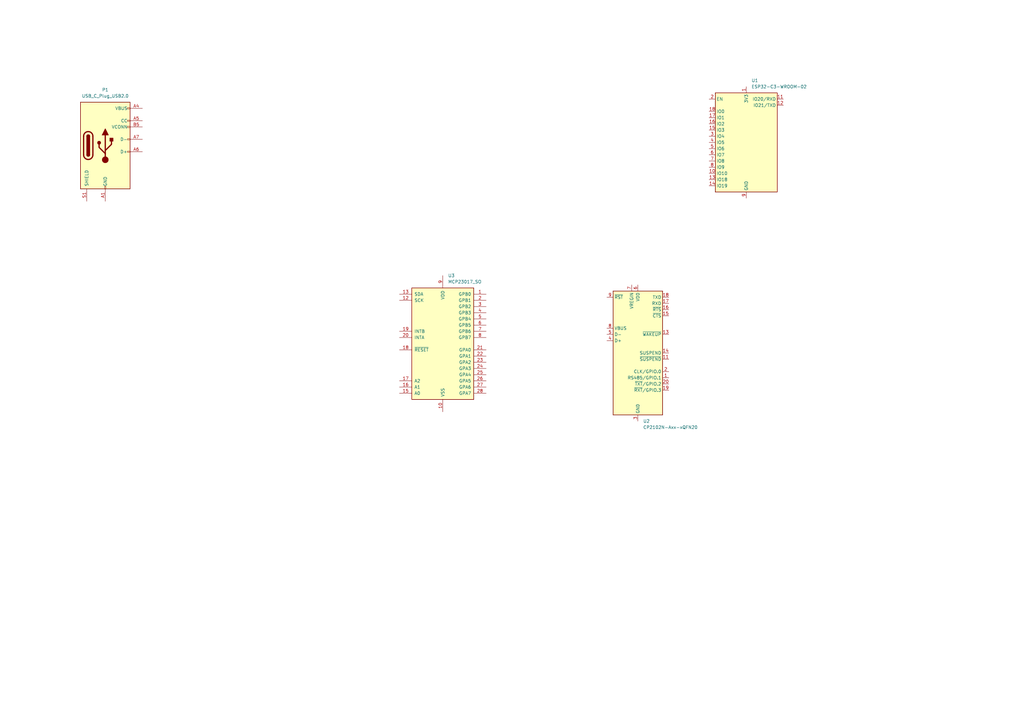
<source format=kicad_sch>
(kicad_sch (version 20250114) (generator "eeschema") (generator_version "9.0")
  (paper "A3")
  (lib_symbols
    (symbol "Connector:USB_C_Plug_USB2.0" (pin_names (offset 1.016))
      (property "Reference" "P" (at -10.16 19.05 0))
      (property "Value" "USB_C_Plug_USB2.0" (at 12.7 19.05 0))
      (symbol "USB_C_Plug_USB2.0_0_0"
        (rectangle (start -0.254 -17.78) (end 0.254 -16.764))
        (rectangle (start 10.16 15.494) (end 9.144 14.986))
        (rectangle (start 10.16 10.414) (end 9.144 9.906))
        (rectangle (start 10.16 7.874) (end 9.144 7.366))
        (rectangle (start 10.16 2.794) (end 9.144 2.286))
        (rectangle (start 10.16 -2.286) (end 9.144 -2.794))
      )
      (symbol "USB_C_Plug_USB2.0_0_1"
        (rectangle (start -10.16 17.78) (end 10.16 -17.78) (stroke (width 0.254)) (fill (type background)))
        (polyline (pts (xy -8.89 -3.81) (xy -8.89 3.81)) (stroke (width 0.508)))
        (rectangle (start -7.62 -3.81) (end -6.35 3.81) (stroke (width 0.254)) (fill (type outline)))
        (arc (start -7.62 3.81) (mid -6.985 4.4423) (end -6.35 3.81) (stroke (width 0.254)))
        (arc (start -7.62 3.81) (mid -6.985 4.4423) (end -6.35 3.81) (stroke (width 0.254)) (fill (type outline)))
        (arc (start -8.89 3.81) (mid -6.985 5.7067) (end -5.08 3.81) (stroke (width 0.508)))
        (arc (start -5.08 -3.81) (mid -6.985 -5.7067) (end -8.89 -3.81) (stroke (width 0.508)))
        (arc (start -6.35 -3.81) (mid -6.985 -4.4423) (end -7.62 -3.81) (stroke (width 0.254)))
        (arc (start -6.35 -3.81) (mid -6.985 -4.4423) (end -7.62 -3.81) (stroke (width 0.254)) (fill (type outline)))
        (polyline (pts (xy -5.08 3.81) (xy -5.08 -3.81)) (stroke (width 0.508)))
        (circle (center -2.54 1.143) (radius 0.635) (stroke (width 0.254)) (fill (type outline)))
        (polyline (pts (xy -1.27 4.318) (xy 0 6.858) (xy 1.27 4.318) (xy -1.27 4.318)) (stroke (width 0.254)) (fill (type outline)))
        (polyline (pts (xy 0 -2.032) (xy 2.54 0.508) (xy 2.54 1.778)) (stroke (width 0.508)))
        (polyline (pts (xy 0 -3.302) (xy -2.54 -0.762) (xy -2.54 0.508)) (stroke (width 0.508)))
        (polyline (pts (xy 0 -5.842) (xy 0 4.318)) (stroke (width 0.508)))
        (circle (center 0 -5.842) (radius 1.27) (fill (type outline)))
        (rectangle (start 1.905 1.778) (end 3.175 3.048) (stroke (width 0.254)) (fill (type outline)))
      )
      (symbol "USB_C_Plug_USB2.0_1_1"
        (pin passive line (at -7.62 -22.86 90) (length 5.08) (name "SHIELD") (number "S1"))
        (pin passive line (at 0 -22.86 90) (length 5.08) (name "GND") (number "A1"))
        (pin passive line (at 0 -22.86 90) (length 5.08) (hide yes) (name "GND") (number "A12"))
        (pin passive line (at 0 -22.86 90) (length 5.08) (hide yes) (name "GND") (number "B1"))
        (pin passive line (at 0 -22.86 90) (length 5.08) (hide yes) (name "GND") (number "B12"))
        (pin passive line (at 15.24 15.24 180) (length 5.08) (name "VBUS") (number "A4"))
        (pin passive line (at 15.24 15.24 180) (length 5.08) (hide yes) (name "VBUS") (number "A9"))
        (pin passive line (at 15.24 15.24 180) (length 5.08) (hide yes) (name "VBUS") (number "B4"))
        (pin passive line (at 15.24 15.24 180) (length 5.08) (hide yes) (name "VBUS") (number "B9"))
        (pin bidirectional line (at 15.24 10.16 180) (length 5.08) (name "CC") (number "A5"))
        (pin bidirectional line (at 15.24 7.62 180) (length 5.08) (name "VCONN") (number "B5"))
        (pin bidirectional line (at 15.24 2.54 180) (length 5.08) (name "D-") (number "A7"))
        (pin bidirectional line (at 15.24 -2.54 180) (length 5.08) (name "D+") (number "A6"))
      )
    )
    (symbol "Interface_Expansion:MCP23017_SO" (pin_names (offset 1.016))
      (property "Reference" "U" (at -11.43 24.13 0))
      (property "Value" "MCP23017_SO" (at 0 0 0))
      (symbol "MCP23017_SO_0_1"
        (rectangle (start -12.7 22.86) (end 12.7 -22.86) (stroke (width 0.254)) (fill (type background)))
      )
      (symbol "MCP23017_SO_1_1"
        (pin bidirectional line (at -17.78 20.32 0) (length 5.08) (name "SDA") (number "13"))
        (pin input line (at -17.78 17.78 0) (length 5.08) (name "SCK") (number "12"))
        (pin tri_state line (at -17.78 5.08 0) (length 5.08) (name "INTB") (number "19"))
        (pin tri_state line (at -17.78 2.54 0) (length 5.08) (name "INTA") (number "20"))
        (pin input line (at -17.78 -2.54 0) (length 5.08) (name "~{RESET}") (number "18"))
        (pin input line (at -17.78 -15.24 0) (length 5.08) (name "A2") (number "17"))
        (pin input line (at -17.78 -17.78 0) (length 5.08) (name "A1") (number "16"))
        (pin input line (at -17.78 -20.32 0) (length 5.08) (name "A0") (number "15"))
        (pin no_connect line (at -12.7 15.24 0) (length 5.08) (hide yes) (name "NC") (number "11"))
        (pin no_connect line (at -12.7 12.7 0) (length 5.08) (hide yes) (name "NC") (number "14"))
        (pin power_in line (at 0 27.94 270) (length 5.08) (name "VDD") (number "9"))
        (pin power_in line (at 0 -27.94 90) (length 5.08) (name "VSS") (number "10"))
        (pin bidirectional line (at 17.78 20.32 180) (length 5.08) (name "GPB0") (number "1"))
        (pin bidirectional line (at 17.78 17.78 180) (length 5.08) (name "GPB1") (number "2"))
        (pin bidirectional line (at 17.78 15.24 180) (length 5.08) (name "GPB2") (number "3"))
        (pin bidirectional line (at 17.78 12.7 180) (length 5.08) (name "GPB3") (number "4"))
        (pin bidirectional line (at 17.78 10.16 180) (length 5.08) (name "GPB4") (number "5"))
        (pin bidirectional line (at 17.78 7.62 180) (length 5.08) (name "GPB5") (number "6"))
        (pin bidirectional line (at 17.78 5.08 180) (length 5.08) (name "GPB6") (number "7"))
        (pin output line (at 17.78 2.54 180) (length 5.08) (name "GPB7") (number "8"))
        (pin bidirectional line (at 17.78 -2.54 180) (length 5.08) (name "GPA0") (number "21"))
        (pin bidirectional line (at 17.78 -5.08 180) (length 5.08) (name "GPA1") (number "22"))
        (pin bidirectional line (at 17.78 -7.62 180) (length 5.08) (name "GPA2") (number "23"))
        (pin bidirectional line (at 17.78 -10.16 180) (length 5.08) (name "GPA3") (number "24"))
        (pin bidirectional line (at 17.78 -12.7 180) (length 5.08) (name "GPA4") (number "25"))
        (pin bidirectional line (at 17.78 -15.24 180) (length 5.08) (name "GPA5") (number "26"))
        (pin bidirectional line (at 17.78 -17.78 180) (length 5.08) (name "GPA6") (number "27"))
        (pin output line (at 17.78 -20.32 180) (length 5.08) (name "GPA7") (number "28"))
      )
    )
    (symbol "Interface_USB:CP2102N-Axx-xQFN20"
      (property "Reference" "U" (at -8.89 26.67 0))
      (property "Value" "CP2102N-Axx-xQFN20" (at 12.7 26.67 0))
      (symbol "CP2102N-Axx-xQFN20_0_1"
        (rectangle (start -10.16 25.4) (end 10.16 -25.4) (stroke (width 0.254)) (fill (type background)))
      )
      (symbol "CP2102N-Axx-xQFN20_1_1"
        (pin input line (at -12.7 22.86 0) (length 2.54) (name "~{RST}") (number "9"))
        (pin input line (at -12.7 10.16 0) (length 2.54) (name "VBUS") (number "8"))
        (pin bidirectional line (at -12.7 7.62 0) (length 2.54) (name "D-") (number "5"))
        (pin bidirectional line (at -12.7 5.08 0) (length 2.54) (name "D+") (number "4"))
        (pin no_connect line (at -10.16 -22.86 0) (length 2.54) (hide yes) (name "NC") (number "10"))
        (pin power_in line (at -2.54 27.94 270) (length 2.54) (name "VREGIN") (number "7"))
        (pin power_in line (at 0 27.94 270) (length 2.54) (name "VDD") (number "6"))
        (pin passive line (at 0 -27.94 90) (length 2.54) (hide yes) (name "GND") (number "12"))
        (pin passive line (at 0 -27.94 90) (length 2.54) (hide yes) (name "GND") (number "21"))
        (pin power_in line (at 0 -27.94 90) (length 2.54) (name "GND") (number "3"))
        (pin output line (at 12.7 22.86 180) (length 2.54) (name "TXD") (number "18"))
        (pin input line (at 12.7 20.32 180) (length 2.54) (name "RXD") (number "17"))
        (pin output line (at 12.7 17.78 180) (length 2.54) (name "~{RTS}") (number "16"))
        (pin input line (at 12.7 15.24 180) (length 2.54) (name "~{CTS}") (number "15"))
        (pin input line (at 12.7 7.62 180) (length 2.54) (name "~{WAKEUP}") (number "13"))
        (pin output line (at 12.7 0 180) (length 2.54) (name "SUSPEND") (number "14"))
        (pin output line (at 12.7 -2.54 180) (length 2.54) (name "~{SUSPEND}") (number "11"))
        (pin bidirectional line (at 12.7 -7.62 180) (length 2.54) (name "CLK/GPIO.0") (number "2"))
        (pin bidirectional line (at 12.7 -10.16 180) (length 2.54) (name "RS485/GPIO.1") (number "1"))
        (pin bidirectional line (at 12.7 -12.7 180) (length 2.54) (name "~{TXT}/GPIO.2") (number "20"))
        (pin bidirectional line (at 12.7 -15.24 180) (length 2.54) (name "~{RXT}/GPIO.3") (number "19"))
      )
    )
    (symbol "RF_Module:ESP32-C3-WROOM-02"
      (property "Reference" "U" (at -12.192 21.336 0))
      (property "Value" "ESP32-C3-WROOM-02" (at 12.192 21.336 0))
      (symbol "ESP32-C3-WROOM-02_1_1"
        (rectangle (start -12.7 20.32) (end 12.7 -20.32) (stroke (width 0.254)) (fill (type background)))
        (pin input line (at -15.24 17.78 0) (length 2.54) (name "EN") (number "2"))
        (pin bidirectional line (at -15.24 12.7 0) (length 2.54) (name "IO0") (number "18"))
        (pin bidirectional line (at -15.24 10.16 0) (length 2.54) (name "IO1") (number "17"))
        (pin bidirectional line (at -15.24 7.62 0) (length 2.54) (name "IO2") (number "16"))
        (pin bidirectional line (at -15.24 5.08 0) (length 2.54) (name "IO3") (number "15"))
        (pin bidirectional line (at -15.24 2.54 0) (length 2.54) (name "IO4") (number "3"))
        (pin bidirectional line (at -15.24 0 0) (length 2.54) (name "IO5") (number "4"))
        (pin bidirectional line (at -15.24 -2.54 0) (length 2.54) (name "IO6") (number "5"))
        (pin bidirectional line (at -15.24 -5.08 0) (length 2.54) (name "IO7") (number "6"))
        (pin bidirectional line (at -15.24 -7.62 0) (length 2.54) (name "IO8") (number "7"))
        (pin bidirectional line (at -15.24 -10.16 0) (length 2.54) (name "IO9") (number "8"))
        (pin bidirectional line (at -15.24 -12.7 0) (length 2.54) (name "IO10") (number "10"))
        (pin bidirectional line (at -15.24 -15.24 0) (length 2.54) (name "IO18") (number "13"))
        (pin bidirectional line (at -15.24 -17.78 0) (length 2.54) (name "IO19") (number "14"))
        (pin power_in line (at 0 22.86 270) (length 2.54) (name "3V3") (number "1"))
        (pin passive line (at 0 -22.86 90) (length 2.54) (hide yes) (name "GND") (number "19"))
        (pin power_in line (at 0 -22.86 90) (length 2.54) (name "GND") (number "9"))
        (pin bidirectional line (at 15.24 17.78 180) (length 2.54) (name "IO20/RXD") (number "11"))
        (pin bidirectional line (at 15.24 15.24 180) (length 2.54) (name "IO21/TXD") (number "12"))
      )
    )
  )
  (symbol (lib_id "Interface_USB:CP2102N-Axx-xQFN20") (at 261.62 144.78 0) (unit 1)
    (property "Reference" "U2" (at 263.7633 172.72 0) (effects (justify left)))
    (property "Value" "CP2102N-Axx-xQFN20" (at 263.7633 175.26 0) (effects (justify left)))
    (property "Footprint" "Package_DFN_QFN:SiliconLabs_QFN-20-1EP_3x3mm_P0.5mm" (effects (hide yes)))
    (property "Datasheet" "https://www.silabs.com/documents/public/data-sheets/cp2102n-datasheet.pdf" (effects (hide yes)))
    (property "Description" "USB to UART master bridge, QFN-20" (effects (hide yes)))
  )
  (symbol (lib_id "RF_Module:ESP32-C3-WROOM-02") (at 306.07 58.42 0) (unit 1)
    (property "Reference" "U1" (at 308.2133 33.02 0) (effects (justify left)))
    (property "Value" "ESP32-C3-WROOM-02" (at 308.2133 35.56 0) (effects (justify left)))
    (property "Footprint" "RF_Module:ESP32-C3-WROOM-02" (effects (hide yes)))
    (property "Datasheet" "https://www.espressif.com/sites/default/files/documentation/esp32-c3-wroom-02_datasheet_en.pdf" (effects (hide yes)))
    (property "Description" "802.11 b/g/n Wi­Fi and Bluetooth 5 module, ESP32­C3 SoC, RISC­V microprocessor, On-board antenna" (effects (hide yes)))
  )
  (symbol (lib_id "Connector:USB_C_Plug_USB2.0") (at 43.18 59.69 0) (unit 1)
    (property "Reference" "P1" (at 43.18 36.83 0))
    (property "Value" "USB_C_Plug_USB2.0" (at 43.18 39.37 0))
    (property "Datasheet" "https://www.usb.org/sites/default/files/documents/usb_type-c.zip" (effects (hide yes)))
    (property "Description" "USB 2.0-only Type-C Plug connector" (effects (hide yes)))
  )
  (symbol (lib_id "Interface_Expansion:MCP23017_SO") (at 181.61 140.97 0) (unit 1)
    (property "Reference" "U3" (at 183.7533 113.03 0) (effects (justify left)))
    (property "Value" "MCP23017_SO" (at 183.7533 115.57 0) (effects (justify left)))
    (property "Footprint" "Package_SO:SOIC-28W_7.5x17.9mm_P1.27mm" (effects (hide yes)))
    (property "Datasheet" "https://ww1.microchip.com/downloads/aemDocuments/documents/APID/ProductDocuments/DataSheets/MCP23017-Data-Sheet-DS20001952.pdf" (effects (hide yes)))
    (property "Description" "16-bit I/O expander, I2C, interrupts, w pull-ups, GPA/B7 output only (https://microchip.my.site.com/s/article/GPA7---GPB7-Cannot-Be-Used-as-Inputs-In-MCP23017),  SOIC-28" (effects (hide yes)))
  )
)
</source>
